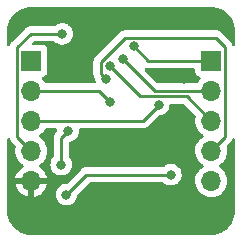
<source format=gbr>
%TF.GenerationSoftware,KiCad,Pcbnew,(6.0.0-0)*%
%TF.CreationDate,2022-02-05T18:01:00-08:00*%
%TF.ProjectId,pca9633pw-breakout,70636139-3633-4337-9077-2d627265616b,v1*%
%TF.SameCoordinates,Original*%
%TF.FileFunction,Copper,L2,Bot*%
%TF.FilePolarity,Positive*%
%FSLAX46Y46*%
G04 Gerber Fmt 4.6, Leading zero omitted, Abs format (unit mm)*
G04 Created by KiCad (PCBNEW (6.0.0-0)) date 2022-02-05 18:01:00*
%MOMM*%
%LPD*%
G01*
G04 APERTURE LIST*
%TA.AperFunction,ComponentPad*%
%ADD10R,1.700000X1.700000*%
%TD*%
%TA.AperFunction,ComponentPad*%
%ADD11O,1.700000X1.700000*%
%TD*%
%TA.AperFunction,ViaPad*%
%ADD12C,0.800000*%
%TD*%
%TA.AperFunction,Conductor*%
%ADD13C,0.250000*%
%TD*%
G04 APERTURE END LIST*
D10*
%TO.P,J3,1,Pin_1*%
%TO.N,/LED0*%
X157480000Y-71125000D03*
D11*
%TO.P,J3,2,Pin_2*%
%TO.N,/LED1*%
X157480000Y-73665000D03*
%TO.P,J3,3,Pin_3*%
%TO.N,/LED2*%
X157480000Y-76205000D03*
%TO.P,J3,4,Pin_4*%
%TO.N,/LED3*%
X157480000Y-78745000D03*
%TO.P,J3,5,Pin_5*%
%TO.N,unconnected-(J3-Pad5)*%
X157480000Y-81285000D03*
%TD*%
D10*
%TO.P,J1,1,Pin_1*%
%TO.N,/SDA*%
X142240000Y-71125000D03*
D11*
%TO.P,J1,2,Pin_2*%
%TO.N,/SCL*%
X142240000Y-73665000D03*
%TO.P,J1,3,Pin_3*%
%TO.N,/~{OE}*%
X142240000Y-76205000D03*
%TO.P,J1,4,Pin_4*%
%TO.N,+5V*%
X142240000Y-78745000D03*
%TO.P,J1,5,Pin_5*%
%TO.N,GND*%
X142240000Y-81285000D03*
%TD*%
D12*
%TO.N,GND*%
X148980000Y-68960000D03*
X155170000Y-72650000D03*
X142690000Y-67690000D03*
X145500000Y-70410000D03*
X148890000Y-67390000D03*
%TO.N,/SCL*%
X154060000Y-80770000D03*
%TO.N,/SDA*%
X145360000Y-77070000D03*
X144770000Y-79910000D03*
%TO.N,/SCL*%
X145220000Y-82460000D03*
%TO.N,+5V*%
X144860000Y-68840000D03*
%TO.N,/LED3*%
X148570000Y-72660000D03*
%TO.N,/LED2*%
X148880000Y-71530000D03*
%TO.N,/LED1*%
X150030000Y-71010000D03*
%TO.N,/LED0*%
X150920000Y-69900000D03*
%TO.N,/~{OE}*%
X153030000Y-74840000D03*
%TO.N,/SCL*%
X148920000Y-74630000D03*
%TD*%
D13*
%TO.N,/SCL*%
X146910000Y-80770000D02*
X154060000Y-80770000D01*
X145220000Y-82460000D02*
X146910000Y-80770000D01*
%TO.N,/SDA*%
X144770000Y-79910000D02*
X144770000Y-77660000D01*
X144770000Y-77660000D02*
X145360000Y-77070000D01*
%TO.N,+5V*%
X142240000Y-78745000D02*
X141065489Y-77570489D01*
X141065489Y-77570489D02*
X141065489Y-69950489D01*
X141065489Y-69950489D02*
X142175978Y-68840000D01*
X142175978Y-68840000D02*
X144860000Y-68840000D01*
%TO.N,/LED3*%
X148570000Y-72660000D02*
X148580000Y-72670000D01*
X148140000Y-72230000D02*
X148570000Y-72660000D01*
X148140000Y-71245386D02*
X148140000Y-72170000D01*
X150209897Y-69175489D02*
X148140000Y-71245386D01*
X148140000Y-72170000D02*
X148140000Y-72230000D01*
X158654511Y-77570489D02*
X158654511Y-69950489D01*
X158654511Y-69950489D02*
X157879511Y-69175489D01*
X157879511Y-69175489D02*
X150209897Y-69175489D01*
X157480000Y-78745000D02*
X158654511Y-77570489D01*
%TO.N,/LED2*%
X155390489Y-74115489D02*
X151465489Y-74115489D01*
X157480000Y-76205000D02*
X155390489Y-74115489D01*
X151465489Y-74115489D02*
X148880000Y-71530000D01*
%TO.N,/LED1*%
X157480000Y-73665000D02*
X152685000Y-73665000D01*
X152685000Y-73665000D02*
X150030000Y-71010000D01*
%TO.N,/LED0*%
X157480000Y-71125000D02*
X152145000Y-71125000D01*
X152145000Y-71125000D02*
X150920000Y-69900000D01*
%TO.N,/~{OE}*%
X151665000Y-76205000D02*
X153030000Y-74840000D01*
X142240000Y-76205000D02*
X151665000Y-76205000D01*
%TO.N,/SCL*%
X147955000Y-73665000D02*
X148920000Y-74630000D01*
X142240000Y-73665000D02*
X147955000Y-73665000D01*
%TD*%
%TA.AperFunction,Conductor*%
%TO.N,GND*%
G36*
X155144016Y-74768991D02*
G01*
X155164986Y-74785890D01*
X156129779Y-75750684D01*
X156163803Y-75812994D01*
X156162100Y-75873446D01*
X156140989Y-75949570D01*
X156117251Y-76171695D01*
X156130110Y-76394715D01*
X156131247Y-76399761D01*
X156131248Y-76399767D01*
X156155304Y-76506508D01*
X156179222Y-76612639D01*
X156239014Y-76759890D01*
X156256662Y-76803351D01*
X156263266Y-76819616D01*
X156379987Y-77010088D01*
X156526250Y-77178938D01*
X156698126Y-77321632D01*
X156710220Y-77328699D01*
X156771445Y-77364476D01*
X156820169Y-77416114D01*
X156833240Y-77485897D01*
X156806509Y-77551669D01*
X156766055Y-77585027D01*
X156753607Y-77591507D01*
X156749474Y-77594610D01*
X156749471Y-77594612D01*
X156581061Y-77721058D01*
X156574965Y-77725635D01*
X156526527Y-77776322D01*
X156447255Y-77859276D01*
X156420629Y-77887138D01*
X156417715Y-77891410D01*
X156417714Y-77891411D01*
X156352460Y-77987070D01*
X156294743Y-78071680D01*
X156200688Y-78274305D01*
X156140989Y-78489570D01*
X156117251Y-78711695D01*
X156117548Y-78716848D01*
X156117548Y-78716851D01*
X156123011Y-78811590D01*
X156130110Y-78934715D01*
X156131247Y-78939761D01*
X156131248Y-78939767D01*
X156151119Y-79027939D01*
X156179222Y-79152639D01*
X156263266Y-79359616D01*
X156271502Y-79373056D01*
X156372852Y-79538444D01*
X156379987Y-79550088D01*
X156526250Y-79718938D01*
X156698126Y-79861632D01*
X156763501Y-79899834D01*
X156771445Y-79904476D01*
X156820169Y-79956114D01*
X156833240Y-80025897D01*
X156806509Y-80091669D01*
X156766055Y-80125027D01*
X156753607Y-80131507D01*
X156749474Y-80134610D01*
X156749471Y-80134612D01*
X156579100Y-80262530D01*
X156574965Y-80265635D01*
X156553544Y-80288051D01*
X156442044Y-80404729D01*
X156420629Y-80427138D01*
X156417715Y-80431410D01*
X156417714Y-80431411D01*
X156411019Y-80441226D01*
X156294743Y-80611680D01*
X156279003Y-80645590D01*
X156216535Y-80780166D01*
X156200688Y-80814305D01*
X156140989Y-81029570D01*
X156117251Y-81251695D01*
X156117548Y-81256848D01*
X156117548Y-81256851D01*
X156123011Y-81351590D01*
X156130110Y-81474715D01*
X156131247Y-81479761D01*
X156131248Y-81479767D01*
X156147414Y-81551500D01*
X156179222Y-81692639D01*
X156263266Y-81899616D01*
X156277630Y-81923056D01*
X156375473Y-82082721D01*
X156379987Y-82090088D01*
X156526250Y-82258938D01*
X156698126Y-82401632D01*
X156891000Y-82514338D01*
X157099692Y-82594030D01*
X157104760Y-82595061D01*
X157104763Y-82595062D01*
X157199862Y-82614410D01*
X157318597Y-82638567D01*
X157323772Y-82638757D01*
X157323774Y-82638757D01*
X157536673Y-82646564D01*
X157536677Y-82646564D01*
X157541837Y-82646753D01*
X157546957Y-82646097D01*
X157546959Y-82646097D01*
X157758288Y-82619025D01*
X157758289Y-82619025D01*
X157763416Y-82618368D01*
X157768366Y-82616883D01*
X157972429Y-82555661D01*
X157972434Y-82555659D01*
X157977384Y-82554174D01*
X158177994Y-82455896D01*
X158359860Y-82326173D01*
X158409572Y-82276635D01*
X158514435Y-82172137D01*
X158518096Y-82168489D01*
X158577594Y-82085689D01*
X158645435Y-81991277D01*
X158648453Y-81987077D01*
X158747430Y-81786811D01*
X158806860Y-81591206D01*
X158810865Y-81578023D01*
X158810865Y-81578021D01*
X158812370Y-81573069D01*
X158841529Y-81351590D01*
X158843156Y-81285000D01*
X158824852Y-81062361D01*
X158770431Y-80845702D01*
X158681354Y-80640840D01*
X158560014Y-80453277D01*
X158409670Y-80288051D01*
X158405619Y-80284852D01*
X158405615Y-80284848D01*
X158238414Y-80152800D01*
X158238410Y-80152798D01*
X158234359Y-80149598D01*
X158193053Y-80126796D01*
X158143084Y-80076364D01*
X158128312Y-80006921D01*
X158153428Y-79940516D01*
X158180780Y-79913909D01*
X158224603Y-79882650D01*
X158359860Y-79786173D01*
X158518096Y-79628489D01*
X158577594Y-79545689D01*
X158645435Y-79451277D01*
X158648453Y-79447077D01*
X158687460Y-79368153D01*
X158745136Y-79251453D01*
X158745137Y-79251451D01*
X158747430Y-79246811D01*
X158812370Y-79033069D01*
X158841529Y-78811590D01*
X158843156Y-78745000D01*
X158824852Y-78522361D01*
X158796821Y-78410765D01*
X158799625Y-78339823D01*
X158829930Y-78290974D01*
X159046758Y-78074146D01*
X159055048Y-78066602D01*
X159061529Y-78062489D01*
X159108170Y-78012821D01*
X159110924Y-78009980D01*
X159130645Y-77990259D01*
X159133123Y-77987064D01*
X159140829Y-77978042D01*
X159165669Y-77951590D01*
X159171097Y-77945810D01*
X159180857Y-77928057D01*
X159191710Y-77911534D01*
X159199264Y-77901795D01*
X159204124Y-77895530D01*
X159221687Y-77854946D01*
X159226894Y-77844316D01*
X159248206Y-77805549D01*
X159250177Y-77797872D01*
X159250179Y-77797867D01*
X159253243Y-77785931D01*
X159259649Y-77767219D01*
X159264545Y-77755905D01*
X159267692Y-77748634D01*
X159267693Y-77748632D01*
X159268436Y-77748954D01*
X159303215Y-77694494D01*
X159367711Y-77664816D01*
X159438014Y-77674719D01*
X159491802Y-77721058D01*
X159512000Y-77789482D01*
X159512000Y-83770672D01*
X159510500Y-83790056D01*
X159506814Y-83813730D01*
X159508941Y-83829999D01*
X159509734Y-83854567D01*
X159495156Y-84076985D01*
X159493005Y-84093326D01*
X159444371Y-84337824D01*
X159440105Y-84353743D01*
X159359978Y-84589790D01*
X159353671Y-84605017D01*
X159243416Y-84828592D01*
X159235175Y-84842865D01*
X159096684Y-85050133D01*
X159086651Y-85063210D01*
X158922286Y-85250632D01*
X158910632Y-85262286D01*
X158723210Y-85426651D01*
X158710133Y-85436684D01*
X158502865Y-85575175D01*
X158488592Y-85583416D01*
X158265017Y-85693671D01*
X158249790Y-85699978D01*
X158013743Y-85780105D01*
X157997824Y-85784371D01*
X157753327Y-85833005D01*
X157736986Y-85835156D01*
X157521732Y-85849264D01*
X157498696Y-85848239D01*
X157495146Y-85848196D01*
X157486270Y-85846814D01*
X157457762Y-85850542D01*
X157454749Y-85850936D01*
X157438411Y-85852000D01*
X142289328Y-85852000D01*
X142269943Y-85850500D01*
X142255142Y-85848195D01*
X142255139Y-85848195D01*
X142246270Y-85846814D01*
X142230001Y-85848941D01*
X142205433Y-85849734D01*
X141983015Y-85835156D01*
X141966674Y-85833005D01*
X141722176Y-85784371D01*
X141706257Y-85780105D01*
X141470210Y-85699978D01*
X141454983Y-85693671D01*
X141231408Y-85583416D01*
X141217135Y-85575175D01*
X141009867Y-85436684D01*
X140996790Y-85426651D01*
X140809368Y-85262286D01*
X140797714Y-85250632D01*
X140633349Y-85063210D01*
X140623316Y-85050133D01*
X140484825Y-84842865D01*
X140476584Y-84828592D01*
X140366329Y-84605017D01*
X140360022Y-84589790D01*
X140279895Y-84353743D01*
X140275629Y-84337824D01*
X140226995Y-84093327D01*
X140224844Y-84076986D01*
X140210736Y-83861732D01*
X140211761Y-83838696D01*
X140211804Y-83835146D01*
X140213186Y-83826270D01*
X140209064Y-83794748D01*
X140208000Y-83778411D01*
X140208000Y-81552966D01*
X140908257Y-81552966D01*
X140938565Y-81687446D01*
X140941645Y-81697275D01*
X141021770Y-81894603D01*
X141026413Y-81903794D01*
X141137694Y-82085388D01*
X141143777Y-82093699D01*
X141283213Y-82254667D01*
X141290580Y-82261883D01*
X141454434Y-82397916D01*
X141462881Y-82403831D01*
X141646756Y-82511279D01*
X141656042Y-82515729D01*
X141855001Y-82591703D01*
X141864899Y-82594579D01*
X141968250Y-82615606D01*
X141982299Y-82614410D01*
X141986000Y-82604065D01*
X141986000Y-82603517D01*
X142494000Y-82603517D01*
X142498064Y-82617359D01*
X142511478Y-82619393D01*
X142518184Y-82618534D01*
X142528262Y-82616392D01*
X142732255Y-82555191D01*
X142741842Y-82551433D01*
X142928480Y-82460000D01*
X144306496Y-82460000D01*
X144307186Y-82466565D01*
X144323249Y-82619393D01*
X144326458Y-82649928D01*
X144385473Y-82831556D01*
X144480960Y-82996944D01*
X144608747Y-83138866D01*
X144763248Y-83251118D01*
X144769276Y-83253802D01*
X144769278Y-83253803D01*
X144931681Y-83326109D01*
X144937712Y-83328794D01*
X145031113Y-83348647D01*
X145118056Y-83367128D01*
X145118061Y-83367128D01*
X145124513Y-83368500D01*
X145315487Y-83368500D01*
X145321939Y-83367128D01*
X145321944Y-83367128D01*
X145408887Y-83348647D01*
X145502288Y-83328794D01*
X145508319Y-83326109D01*
X145670722Y-83253803D01*
X145670724Y-83253802D01*
X145676752Y-83251118D01*
X145831253Y-83138866D01*
X145959040Y-82996944D01*
X146054527Y-82831556D01*
X146113542Y-82649928D01*
X146130907Y-82484706D01*
X146157920Y-82419050D01*
X146167113Y-82408791D01*
X147135502Y-81440403D01*
X147197812Y-81406379D01*
X147224595Y-81403500D01*
X153351800Y-81403500D01*
X153419921Y-81423502D01*
X153439147Y-81439843D01*
X153439420Y-81439540D01*
X153444332Y-81443963D01*
X153448747Y-81448866D01*
X153470329Y-81464546D01*
X153597528Y-81556962D01*
X153603248Y-81561118D01*
X153609276Y-81563802D01*
X153609278Y-81563803D01*
X153771681Y-81636109D01*
X153777712Y-81638794D01*
X153871113Y-81658647D01*
X153958056Y-81677128D01*
X153958061Y-81677128D01*
X153964513Y-81678500D01*
X154155487Y-81678500D01*
X154161939Y-81677128D01*
X154161944Y-81677128D01*
X154248887Y-81658647D01*
X154342288Y-81638794D01*
X154348319Y-81636109D01*
X154510722Y-81563803D01*
X154510724Y-81563802D01*
X154516752Y-81561118D01*
X154522473Y-81556962D01*
X154580785Y-81514595D01*
X154671253Y-81448866D01*
X154694091Y-81423502D01*
X154794621Y-81311852D01*
X154794622Y-81311851D01*
X154799040Y-81306944D01*
X154894527Y-81141556D01*
X154953542Y-80959928D01*
X154965548Y-80845702D01*
X154972814Y-80776565D01*
X154973504Y-80770000D01*
X154972814Y-80763435D01*
X154954232Y-80586635D01*
X154954232Y-80586633D01*
X154953542Y-80580072D01*
X154894527Y-80398444D01*
X154799040Y-80233056D01*
X154782882Y-80215110D01*
X154675675Y-80096045D01*
X154675674Y-80096044D01*
X154671253Y-80091134D01*
X154516752Y-79978882D01*
X154510724Y-79976198D01*
X154510722Y-79976197D01*
X154348319Y-79903891D01*
X154348318Y-79903891D01*
X154342288Y-79901206D01*
X154248888Y-79881353D01*
X154161944Y-79862872D01*
X154161939Y-79862872D01*
X154155487Y-79861500D01*
X153964513Y-79861500D01*
X153958061Y-79862872D01*
X153958056Y-79862872D01*
X153871112Y-79881353D01*
X153777712Y-79901206D01*
X153771682Y-79903891D01*
X153771681Y-79903891D01*
X153609278Y-79976197D01*
X153609276Y-79976198D01*
X153603248Y-79978882D01*
X153597907Y-79982762D01*
X153597906Y-79982763D01*
X153535152Y-80028357D01*
X153448747Y-80091134D01*
X153444332Y-80096037D01*
X153439420Y-80100460D01*
X153438295Y-80099211D01*
X153384986Y-80132051D01*
X153351800Y-80136500D01*
X146988767Y-80136500D01*
X146977584Y-80135973D01*
X146970091Y-80134298D01*
X146962165Y-80134547D01*
X146962164Y-80134547D01*
X146902001Y-80136438D01*
X146898043Y-80136500D01*
X146870144Y-80136500D01*
X146866154Y-80137004D01*
X146854320Y-80137936D01*
X146810111Y-80139326D01*
X146802497Y-80141538D01*
X146802492Y-80141539D01*
X146790659Y-80144977D01*
X146771296Y-80148988D01*
X146751203Y-80151526D01*
X146743836Y-80154443D01*
X146743831Y-80154444D01*
X146710092Y-80167802D01*
X146698865Y-80171646D01*
X146656407Y-80183982D01*
X146649581Y-80188019D01*
X146638972Y-80194293D01*
X146621224Y-80202988D01*
X146602383Y-80210448D01*
X146595967Y-80215110D01*
X146595966Y-80215110D01*
X146566613Y-80236436D01*
X146556693Y-80242952D01*
X146525465Y-80261420D01*
X146525462Y-80261422D01*
X146518638Y-80265458D01*
X146504317Y-80279779D01*
X146489284Y-80292619D01*
X146472893Y-80304528D01*
X146467842Y-80310634D01*
X146444702Y-80338605D01*
X146436712Y-80347384D01*
X145269500Y-81514595D01*
X145207188Y-81548621D01*
X145180405Y-81551500D01*
X145124513Y-81551500D01*
X145118061Y-81552872D01*
X145118056Y-81552872D01*
X145047174Y-81567939D01*
X144937712Y-81591206D01*
X144931682Y-81593891D01*
X144931681Y-81593891D01*
X144769278Y-81666197D01*
X144769276Y-81666198D01*
X144763248Y-81668882D01*
X144757907Y-81672762D01*
X144757906Y-81672763D01*
X144723962Y-81697425D01*
X144608747Y-81781134D01*
X144604326Y-81786044D01*
X144604325Y-81786045D01*
X144498304Y-81903794D01*
X144480960Y-81923056D01*
X144385473Y-82088444D01*
X144326458Y-82270072D01*
X144325768Y-82276633D01*
X144325768Y-82276635D01*
X144312356Y-82404242D01*
X144306496Y-82460000D01*
X142928480Y-82460000D01*
X142933095Y-82457739D01*
X142941945Y-82452464D01*
X143115328Y-82328792D01*
X143123200Y-82322139D01*
X143274052Y-82171812D01*
X143280730Y-82163965D01*
X143405003Y-81991020D01*
X143410313Y-81982183D01*
X143504670Y-81791267D01*
X143508469Y-81781672D01*
X143570377Y-81577910D01*
X143572555Y-81567837D01*
X143573986Y-81556962D01*
X143571775Y-81542778D01*
X143558617Y-81539000D01*
X142512115Y-81539000D01*
X142496876Y-81543475D01*
X142495671Y-81544865D01*
X142494000Y-81552548D01*
X142494000Y-82603517D01*
X141986000Y-82603517D01*
X141986000Y-81557115D01*
X141981525Y-81541876D01*
X141980135Y-81540671D01*
X141972452Y-81539000D01*
X140923225Y-81539000D01*
X140909694Y-81542973D01*
X140908257Y-81552966D01*
X140208000Y-81552966D01*
X140208000Y-77786119D01*
X140228002Y-77717998D01*
X140281658Y-77671505D01*
X140351932Y-77661401D01*
X140416512Y-77690895D01*
X140451152Y-77739736D01*
X140463293Y-77770401D01*
X140467138Y-77781631D01*
X140479471Y-77824082D01*
X140483504Y-77830901D01*
X140483506Y-77830906D01*
X140489782Y-77841517D01*
X140498477Y-77859265D01*
X140505937Y-77878106D01*
X140510599Y-77884522D01*
X140510599Y-77884523D01*
X140531925Y-77913876D01*
X140538441Y-77923796D01*
X140554879Y-77951590D01*
X140560947Y-77961851D01*
X140575268Y-77976172D01*
X140588108Y-77991205D01*
X140600017Y-78007596D01*
X140619196Y-78023462D01*
X140634094Y-78035787D01*
X140642873Y-78043777D01*
X140889778Y-78290682D01*
X140923804Y-78352994D01*
X140922100Y-78413448D01*
X140900989Y-78489570D01*
X140900441Y-78494700D01*
X140900440Y-78494704D01*
X140896933Y-78527522D01*
X140877251Y-78711695D01*
X140877548Y-78716848D01*
X140877548Y-78716851D01*
X140883011Y-78811590D01*
X140890110Y-78934715D01*
X140891247Y-78939761D01*
X140891248Y-78939767D01*
X140911119Y-79027939D01*
X140939222Y-79152639D01*
X141023266Y-79359616D01*
X141031502Y-79373056D01*
X141132852Y-79538444D01*
X141139987Y-79550088D01*
X141286250Y-79718938D01*
X141458126Y-79861632D01*
X141523501Y-79899834D01*
X141531955Y-79904774D01*
X141580679Y-79956412D01*
X141593750Y-80026195D01*
X141567019Y-80091967D01*
X141526562Y-80125327D01*
X141518457Y-80129546D01*
X141509738Y-80135036D01*
X141339433Y-80262905D01*
X141331726Y-80269748D01*
X141184590Y-80423717D01*
X141178104Y-80431727D01*
X141058098Y-80607649D01*
X141053000Y-80616623D01*
X140963338Y-80809783D01*
X140959775Y-80819470D01*
X140904389Y-81019183D01*
X140905912Y-81027607D01*
X140918292Y-81031000D01*
X143558344Y-81031000D01*
X143571875Y-81027027D01*
X143573180Y-81017947D01*
X143531214Y-80850875D01*
X143527894Y-80841124D01*
X143442972Y-80645814D01*
X143438105Y-80636739D01*
X143322426Y-80457926D01*
X143316136Y-80449757D01*
X143172806Y-80292240D01*
X143165273Y-80285215D01*
X142998139Y-80153222D01*
X142989556Y-80147520D01*
X142952602Y-80127120D01*
X142902631Y-80076687D01*
X142887859Y-80007245D01*
X142912975Y-79940839D01*
X142940327Y-79914232D01*
X142963797Y-79897491D01*
X143119860Y-79786173D01*
X143278096Y-79628489D01*
X143337594Y-79545689D01*
X143405435Y-79451277D01*
X143408453Y-79447077D01*
X143447460Y-79368153D01*
X143505136Y-79251453D01*
X143505137Y-79251451D01*
X143507430Y-79246811D01*
X143572370Y-79033069D01*
X143601529Y-78811590D01*
X143603156Y-78745000D01*
X143584852Y-78522361D01*
X143530431Y-78305702D01*
X143441354Y-78100840D01*
X143362209Y-77978500D01*
X143322822Y-77917617D01*
X143322820Y-77917614D01*
X143320014Y-77913277D01*
X143169670Y-77748051D01*
X143165619Y-77744852D01*
X143165615Y-77744848D01*
X142998414Y-77612800D01*
X142998410Y-77612798D01*
X142994359Y-77609598D01*
X142953053Y-77586796D01*
X142903084Y-77536364D01*
X142888312Y-77466921D01*
X142913428Y-77400516D01*
X142940780Y-77373909D01*
X143004162Y-77328699D01*
X143119860Y-77246173D01*
X143278096Y-77088489D01*
X143337594Y-77005689D01*
X143405435Y-76911277D01*
X143408453Y-76907077D01*
X143410746Y-76902437D01*
X143412446Y-76899608D01*
X143464674Y-76851518D01*
X143520451Y-76838500D01*
X144330890Y-76838500D01*
X144399011Y-76858502D01*
X144445504Y-76912158D01*
X144456200Y-76977670D01*
X144449093Y-77045292D01*
X144422080Y-77110949D01*
X144412878Y-77121217D01*
X144377747Y-77156348D01*
X144369461Y-77163888D01*
X144362982Y-77168000D01*
X144357557Y-77173777D01*
X144316357Y-77217651D01*
X144313602Y-77220493D01*
X144293865Y-77240230D01*
X144291385Y-77243427D01*
X144283682Y-77252447D01*
X144253414Y-77284679D01*
X144249595Y-77291625D01*
X144249593Y-77291628D01*
X144243652Y-77302434D01*
X144232801Y-77318953D01*
X144220386Y-77334959D01*
X144217241Y-77342228D01*
X144217238Y-77342232D01*
X144202826Y-77375537D01*
X144197609Y-77386187D01*
X144176305Y-77424940D01*
X144174334Y-77432615D01*
X144174334Y-77432616D01*
X144171267Y-77444562D01*
X144164863Y-77463266D01*
X144156819Y-77481855D01*
X144155580Y-77489678D01*
X144155577Y-77489688D01*
X144149901Y-77525524D01*
X144147495Y-77537144D01*
X144143766Y-77551669D01*
X144136500Y-77579970D01*
X144136500Y-77600224D01*
X144134949Y-77619934D01*
X144131780Y-77639943D01*
X144132526Y-77647835D01*
X144135941Y-77683961D01*
X144136500Y-77695819D01*
X144136500Y-79207476D01*
X144116498Y-79275597D01*
X144104142Y-79291779D01*
X144030960Y-79373056D01*
X143935473Y-79538444D01*
X143876458Y-79720072D01*
X143875768Y-79726633D01*
X143875768Y-79726635D01*
X143869195Y-79789171D01*
X143856496Y-79910000D01*
X143857186Y-79916565D01*
X143875126Y-80087251D01*
X143876458Y-80099928D01*
X143935473Y-80281556D01*
X144030960Y-80446944D01*
X144158747Y-80588866D01*
X144313248Y-80701118D01*
X144319276Y-80703802D01*
X144319278Y-80703803D01*
X144453215Y-80763435D01*
X144487712Y-80778794D01*
X144581113Y-80798647D01*
X144668056Y-80817128D01*
X144668061Y-80817128D01*
X144674513Y-80818500D01*
X144865487Y-80818500D01*
X144871939Y-80817128D01*
X144871944Y-80817128D01*
X144958887Y-80798647D01*
X145052288Y-80778794D01*
X145086785Y-80763435D01*
X145220722Y-80703803D01*
X145220724Y-80703802D01*
X145226752Y-80701118D01*
X145381253Y-80588866D01*
X145509040Y-80446944D01*
X145604527Y-80281556D01*
X145663542Y-80099928D01*
X145664875Y-80087251D01*
X145682814Y-79916565D01*
X145683504Y-79910000D01*
X145670805Y-79789171D01*
X145664232Y-79726635D01*
X145664232Y-79726633D01*
X145663542Y-79720072D01*
X145604527Y-79538444D01*
X145509040Y-79373056D01*
X145435863Y-79291785D01*
X145405147Y-79227779D01*
X145403500Y-79207476D01*
X145403500Y-78091583D01*
X145423502Y-78023462D01*
X145477158Y-77976969D01*
X145503300Y-77968337D01*
X145642288Y-77938794D01*
X145666404Y-77928057D01*
X145810722Y-77863803D01*
X145810724Y-77863802D01*
X145816752Y-77861118D01*
X145832735Y-77849506D01*
X145919979Y-77786119D01*
X145971253Y-77748866D01*
X145994966Y-77722530D01*
X146094621Y-77611852D01*
X146094622Y-77611851D01*
X146099040Y-77606944D01*
X146175712Y-77474144D01*
X146191223Y-77447279D01*
X146191224Y-77447278D01*
X146194527Y-77441556D01*
X146253542Y-77259928D01*
X146255613Y-77240230D01*
X146272814Y-77076565D01*
X146273504Y-77070000D01*
X146263800Y-76977670D01*
X146276572Y-76907832D01*
X146325074Y-76855985D01*
X146389110Y-76838500D01*
X151586233Y-76838500D01*
X151597416Y-76839027D01*
X151604909Y-76840702D01*
X151612835Y-76840453D01*
X151612836Y-76840453D01*
X151672986Y-76838562D01*
X151676945Y-76838500D01*
X151704856Y-76838500D01*
X151708791Y-76838003D01*
X151708856Y-76837995D01*
X151720693Y-76837062D01*
X151752951Y-76836048D01*
X151756970Y-76835922D01*
X151764889Y-76835673D01*
X151784343Y-76830021D01*
X151803700Y-76826013D01*
X151815930Y-76824468D01*
X151815931Y-76824468D01*
X151823797Y-76823474D01*
X151831168Y-76820555D01*
X151831170Y-76820555D01*
X151864912Y-76807196D01*
X151876142Y-76803351D01*
X151910983Y-76793229D01*
X151910984Y-76793229D01*
X151918593Y-76791018D01*
X151925412Y-76786985D01*
X151925417Y-76786983D01*
X151936028Y-76780707D01*
X151953776Y-76772012D01*
X151972617Y-76764552D01*
X152008387Y-76738564D01*
X152018307Y-76732048D01*
X152049535Y-76713580D01*
X152049538Y-76713578D01*
X152056362Y-76709542D01*
X152070683Y-76695221D01*
X152085717Y-76682380D01*
X152095694Y-76675131D01*
X152102107Y-76670472D01*
X152130298Y-76636395D01*
X152138288Y-76627616D01*
X152980499Y-75785405D01*
X153042811Y-75751379D01*
X153069594Y-75748500D01*
X153125487Y-75748500D01*
X153131939Y-75747128D01*
X153131944Y-75747128D01*
X153218888Y-75728647D01*
X153312288Y-75708794D01*
X153318319Y-75706109D01*
X153480722Y-75633803D01*
X153480724Y-75633802D01*
X153486752Y-75631118D01*
X153641253Y-75518866D01*
X153645675Y-75513955D01*
X153764621Y-75381852D01*
X153764622Y-75381851D01*
X153769040Y-75376944D01*
X153864527Y-75211556D01*
X153923542Y-75029928D01*
X153925923Y-75007279D01*
X153941211Y-74861818D01*
X153968224Y-74796162D01*
X154026446Y-74755532D01*
X154066521Y-74748989D01*
X155075895Y-74748989D01*
X155144016Y-74768991D01*
G37*
%TD.AperFunction*%
%TA.AperFunction,Conductor*%
G36*
X157450057Y-66549500D02*
G01*
X157464858Y-66551805D01*
X157464861Y-66551805D01*
X157473730Y-66553186D01*
X157489999Y-66551059D01*
X157514567Y-66550266D01*
X157736985Y-66564844D01*
X157753326Y-66566995D01*
X157997824Y-66615629D01*
X158013743Y-66619895D01*
X158249790Y-66700022D01*
X158265017Y-66706329D01*
X158488592Y-66816584D01*
X158502865Y-66824825D01*
X158710133Y-66963316D01*
X158723210Y-66973349D01*
X158910632Y-67137714D01*
X158922286Y-67149368D01*
X159086651Y-67336790D01*
X159096684Y-67349867D01*
X159235175Y-67557135D01*
X159243416Y-67571408D01*
X159353671Y-67794983D01*
X159359978Y-67810210D01*
X159440105Y-68046257D01*
X159444371Y-68062176D01*
X159493005Y-68306673D01*
X159495156Y-68323014D01*
X159509264Y-68538268D01*
X159508239Y-68561304D01*
X159508196Y-68564854D01*
X159506814Y-68573730D01*
X159509274Y-68592539D01*
X159510936Y-68605251D01*
X159512000Y-68621589D01*
X159512000Y-69734859D01*
X159491998Y-69802980D01*
X159438342Y-69849473D01*
X159368068Y-69859577D01*
X159303488Y-69830083D01*
X159268848Y-69781242D01*
X159256711Y-69750587D01*
X159252866Y-69739357D01*
X159242741Y-69704506D01*
X159242741Y-69704505D01*
X159240530Y-69696896D01*
X159230216Y-69679455D01*
X159221519Y-69661702D01*
X159216983Y-69650247D01*
X159214063Y-69642872D01*
X159188074Y-69607101D01*
X159181558Y-69597181D01*
X159172649Y-69582117D01*
X159159053Y-69559127D01*
X159144732Y-69544806D01*
X159131891Y-69529772D01*
X159130542Y-69527915D01*
X159119983Y-69513382D01*
X159113878Y-69508331D01*
X159113873Y-69508326D01*
X159085907Y-69485190D01*
X159077129Y-69477202D01*
X158383163Y-68783236D01*
X158375623Y-68774950D01*
X158371511Y-68768471D01*
X158321859Y-68721845D01*
X158319018Y-68719091D01*
X158299281Y-68699354D01*
X158296084Y-68696874D01*
X158287062Y-68689169D01*
X158273627Y-68676553D01*
X158254832Y-68658903D01*
X158247886Y-68655084D01*
X158247883Y-68655082D01*
X158237077Y-68649141D01*
X158220558Y-68638290D01*
X158220094Y-68637930D01*
X158204552Y-68625875D01*
X158197283Y-68622730D01*
X158197279Y-68622727D01*
X158163974Y-68608315D01*
X158153324Y-68603098D01*
X158114571Y-68581794D01*
X158094948Y-68576756D01*
X158076245Y-68570352D01*
X158064931Y-68565456D01*
X158064930Y-68565456D01*
X158057656Y-68562308D01*
X158049833Y-68561069D01*
X158049823Y-68561066D01*
X158013987Y-68555390D01*
X158002367Y-68552984D01*
X157967222Y-68543961D01*
X157967221Y-68543961D01*
X157959541Y-68541989D01*
X157939287Y-68541989D01*
X157919576Y-68540438D01*
X157917045Y-68540037D01*
X157899568Y-68537269D01*
X157891676Y-68538015D01*
X157855550Y-68541430D01*
X157843692Y-68541989D01*
X150288660Y-68541989D01*
X150277476Y-68541462D01*
X150269988Y-68539788D01*
X150262065Y-68540037D01*
X150201930Y-68541927D01*
X150197972Y-68541989D01*
X150170041Y-68541989D01*
X150166126Y-68542484D01*
X150166122Y-68542484D01*
X150166064Y-68542492D01*
X150166035Y-68542495D01*
X150154193Y-68543428D01*
X150110007Y-68544816D01*
X150092641Y-68549861D01*
X150090555Y-68550467D01*
X150071203Y-68554475D01*
X150058965Y-68556021D01*
X150058963Y-68556022D01*
X150051100Y-68557015D01*
X150009983Y-68573295D01*
X149998782Y-68577130D01*
X149956303Y-68589471D01*
X149949484Y-68593504D01*
X149949479Y-68593506D01*
X149938868Y-68599782D01*
X149921118Y-68608479D01*
X149902280Y-68615937D01*
X149895864Y-68620598D01*
X149895863Y-68620599D01*
X149866522Y-68641917D01*
X149856598Y-68648436D01*
X149825357Y-68666911D01*
X149825352Y-68666915D01*
X149818534Y-68670947D01*
X149804210Y-68685271D01*
X149789178Y-68698110D01*
X149772790Y-68710017D01*
X149744609Y-68744082D01*
X149736619Y-68752862D01*
X147747747Y-70741734D01*
X147739461Y-70749274D01*
X147732982Y-70753386D01*
X147727557Y-70759163D01*
X147686357Y-70803037D01*
X147683602Y-70805879D01*
X147663865Y-70825616D01*
X147661385Y-70828813D01*
X147653682Y-70837833D01*
X147623414Y-70870065D01*
X147619595Y-70877011D01*
X147619593Y-70877014D01*
X147613652Y-70887820D01*
X147602801Y-70904339D01*
X147590386Y-70920345D01*
X147587241Y-70927614D01*
X147587238Y-70927618D01*
X147572826Y-70960923D01*
X147567609Y-70971573D01*
X147546305Y-71010326D01*
X147544334Y-71018001D01*
X147544334Y-71018002D01*
X147541267Y-71029948D01*
X147534863Y-71048652D01*
X147526819Y-71067241D01*
X147525580Y-71075064D01*
X147525577Y-71075074D01*
X147519901Y-71110910D01*
X147517495Y-71122530D01*
X147506500Y-71165356D01*
X147506500Y-71185610D01*
X147504949Y-71205320D01*
X147501780Y-71225329D01*
X147502526Y-71233221D01*
X147505941Y-71269347D01*
X147506500Y-71281205D01*
X147506500Y-72151233D01*
X147505973Y-72162416D01*
X147504298Y-72169909D01*
X147504547Y-72177835D01*
X147504547Y-72177836D01*
X147506438Y-72237986D01*
X147506500Y-72241945D01*
X147506500Y-72269856D01*
X147506997Y-72273790D01*
X147506997Y-72273791D01*
X147507005Y-72273856D01*
X147507938Y-72285693D01*
X147509327Y-72329889D01*
X147513323Y-72343642D01*
X147514978Y-72349339D01*
X147518987Y-72368700D01*
X147521526Y-72388797D01*
X147524445Y-72396168D01*
X147524445Y-72396170D01*
X147537804Y-72429912D01*
X147541649Y-72441142D01*
X147553982Y-72483593D01*
X147558015Y-72490412D01*
X147558017Y-72490417D01*
X147564293Y-72501028D01*
X147572988Y-72518776D01*
X147580448Y-72537617D01*
X147585110Y-72544033D01*
X147585110Y-72544034D01*
X147606436Y-72573387D01*
X147612952Y-72583307D01*
X147633642Y-72618291D01*
X147633643Y-72618294D01*
X147635458Y-72621362D01*
X147634989Y-72621640D01*
X147658651Y-72680500D01*
X147674306Y-72829450D01*
X147676458Y-72849928D01*
X147678499Y-72856210D01*
X147678500Y-72856214D01*
X147681863Y-72866564D01*
X147683890Y-72937532D01*
X147647228Y-72998330D01*
X147583516Y-73029655D01*
X147562030Y-73031500D01*
X143516805Y-73031500D01*
X143448684Y-73011498D01*
X143411013Y-72973940D01*
X143322822Y-72837617D01*
X143322820Y-72837614D01*
X143320014Y-72833277D01*
X143316532Y-72829450D01*
X143172798Y-72671488D01*
X143141746Y-72607642D01*
X143150141Y-72537143D01*
X143195317Y-72482375D01*
X143221761Y-72468706D01*
X143328297Y-72428767D01*
X143336705Y-72425615D01*
X143453261Y-72338261D01*
X143540615Y-72221705D01*
X143591745Y-72085316D01*
X143598500Y-72023134D01*
X143598500Y-70226866D01*
X143591745Y-70164684D01*
X143540615Y-70028295D01*
X143453261Y-69911739D01*
X143336705Y-69824385D01*
X143200316Y-69773255D01*
X143138134Y-69766500D01*
X142449572Y-69766500D01*
X142381451Y-69746498D01*
X142334958Y-69692842D01*
X142324854Y-69622568D01*
X142354348Y-69557988D01*
X142360477Y-69551405D01*
X142401477Y-69510405D01*
X142463789Y-69476379D01*
X142490572Y-69473500D01*
X144151800Y-69473500D01*
X144219921Y-69493502D01*
X144239147Y-69509843D01*
X144239420Y-69509540D01*
X144244332Y-69513963D01*
X144248747Y-69518866D01*
X144261202Y-69527915D01*
X144373414Y-69609442D01*
X144403248Y-69631118D01*
X144409276Y-69633802D01*
X144409278Y-69633803D01*
X144568081Y-69704506D01*
X144577712Y-69708794D01*
X144645040Y-69723105D01*
X144758056Y-69747128D01*
X144758061Y-69747128D01*
X144764513Y-69748500D01*
X144955487Y-69748500D01*
X144961939Y-69747128D01*
X144961944Y-69747128D01*
X145074960Y-69723105D01*
X145142288Y-69708794D01*
X145151919Y-69704506D01*
X145310722Y-69633803D01*
X145310724Y-69633802D01*
X145316752Y-69631118D01*
X145349809Y-69607101D01*
X145406445Y-69565952D01*
X145471253Y-69518866D01*
X145504977Y-69481412D01*
X145594621Y-69381852D01*
X145594622Y-69381851D01*
X145599040Y-69376944D01*
X145694527Y-69211556D01*
X145753542Y-69029928D01*
X145773504Y-68840000D01*
X145764346Y-68752862D01*
X145754232Y-68656635D01*
X145754232Y-68656633D01*
X145753542Y-68650072D01*
X145694527Y-68468444D01*
X145599040Y-68303056D01*
X145582881Y-68285109D01*
X145475675Y-68166045D01*
X145475674Y-68166044D01*
X145471253Y-68161134D01*
X145335050Y-68062176D01*
X145322094Y-68052763D01*
X145322093Y-68052762D01*
X145316752Y-68048882D01*
X145310724Y-68046198D01*
X145310722Y-68046197D01*
X145148319Y-67973891D01*
X145148318Y-67973891D01*
X145142288Y-67971206D01*
X145020952Y-67945415D01*
X144961944Y-67932872D01*
X144961939Y-67932872D01*
X144955487Y-67931500D01*
X144764513Y-67931500D01*
X144758061Y-67932872D01*
X144758056Y-67932872D01*
X144699048Y-67945415D01*
X144577712Y-67971206D01*
X144571682Y-67973891D01*
X144571681Y-67973891D01*
X144409278Y-68046197D01*
X144409276Y-68046198D01*
X144403248Y-68048882D01*
X144397907Y-68052762D01*
X144397906Y-68052763D01*
X144384950Y-68062176D01*
X144248747Y-68161134D01*
X144244332Y-68166037D01*
X144239420Y-68170460D01*
X144238295Y-68169211D01*
X144184986Y-68202051D01*
X144151800Y-68206500D01*
X142254746Y-68206500D01*
X142243563Y-68205973D01*
X142236070Y-68204298D01*
X142228144Y-68204547D01*
X142228143Y-68204547D01*
X142167980Y-68206438D01*
X142164022Y-68206500D01*
X142136122Y-68206500D01*
X142132132Y-68207004D01*
X142120298Y-68207936D01*
X142076089Y-68209326D01*
X142068473Y-68211539D01*
X142068471Y-68211539D01*
X142056630Y-68214979D01*
X142037271Y-68218988D01*
X142035961Y-68219154D01*
X142017181Y-68221526D01*
X142009815Y-68224442D01*
X142009809Y-68224444D01*
X141976076Y-68237800D01*
X141964846Y-68241645D01*
X141929995Y-68251770D01*
X141922385Y-68253981D01*
X141915562Y-68258016D01*
X141904944Y-68264295D01*
X141887191Y-68272992D01*
X141879546Y-68276019D01*
X141868361Y-68280448D01*
X141861946Y-68285109D01*
X141832590Y-68306437D01*
X141822673Y-68312951D01*
X141784616Y-68335458D01*
X141770295Y-68349779D01*
X141755262Y-68362619D01*
X141738871Y-68374528D01*
X141733820Y-68380634D01*
X141710680Y-68408605D01*
X141702690Y-68417384D01*
X140673236Y-69446837D01*
X140664950Y-69454377D01*
X140658471Y-69458489D01*
X140653046Y-69464266D01*
X140611846Y-69508140D01*
X140609091Y-69510982D01*
X140589354Y-69530719D01*
X140586874Y-69533916D01*
X140579171Y-69542936D01*
X140548903Y-69575168D01*
X140545084Y-69582114D01*
X140545082Y-69582117D01*
X140539141Y-69592923D01*
X140528290Y-69609442D01*
X140515875Y-69625448D01*
X140512730Y-69632717D01*
X140512727Y-69632721D01*
X140498315Y-69666026D01*
X140493098Y-69676676D01*
X140471794Y-69715429D01*
X140469823Y-69723104D01*
X140469823Y-69723105D01*
X140466756Y-69735051D01*
X140460352Y-69753755D01*
X140454300Y-69767741D01*
X140454298Y-69767744D01*
X140452308Y-69772344D01*
X140451566Y-69772023D01*
X140416782Y-69826487D01*
X140352285Y-69856163D01*
X140281983Y-69846259D01*
X140228196Y-69799918D01*
X140208000Y-69731497D01*
X140208000Y-68629328D01*
X140209500Y-68609943D01*
X140211805Y-68595142D01*
X140211805Y-68595139D01*
X140213186Y-68586270D01*
X140211059Y-68570001D01*
X140210266Y-68545433D01*
X140224844Y-68323015D01*
X140226995Y-68306674D01*
X140275629Y-68062176D01*
X140279895Y-68046257D01*
X140360022Y-67810210D01*
X140366329Y-67794983D01*
X140476584Y-67571408D01*
X140484825Y-67557135D01*
X140623316Y-67349867D01*
X140633349Y-67336790D01*
X140797714Y-67149368D01*
X140809368Y-67137714D01*
X140996790Y-66973349D01*
X141009867Y-66963316D01*
X141217135Y-66824825D01*
X141231408Y-66816584D01*
X141454983Y-66706329D01*
X141470210Y-66700022D01*
X141706257Y-66619895D01*
X141722176Y-66615629D01*
X141966673Y-66566995D01*
X141983014Y-66564844D01*
X142198268Y-66550736D01*
X142221304Y-66551761D01*
X142224854Y-66551804D01*
X142233730Y-66553186D01*
X142265252Y-66549064D01*
X142281589Y-66548000D01*
X157430672Y-66548000D01*
X157450057Y-66549500D01*
G37*
%TD.AperFunction*%
%TA.AperFunction,Conductor*%
G36*
X151978242Y-71739985D02*
G01*
X152010525Y-71745099D01*
X152022144Y-71747505D01*
X152057289Y-71756528D01*
X152064970Y-71758500D01*
X152085224Y-71758500D01*
X152104934Y-71760051D01*
X152124943Y-71763220D01*
X152132835Y-71762474D01*
X152168961Y-71759059D01*
X152180819Y-71758500D01*
X155995500Y-71758500D01*
X156063621Y-71778502D01*
X156110114Y-71832158D01*
X156121500Y-71884500D01*
X156121500Y-72023134D01*
X156128255Y-72085316D01*
X156179385Y-72221705D01*
X156266739Y-72338261D01*
X156383295Y-72425615D01*
X156391704Y-72428767D01*
X156391705Y-72428768D01*
X156500451Y-72469535D01*
X156557216Y-72512176D01*
X156581916Y-72578738D01*
X156566709Y-72648087D01*
X156547316Y-72674568D01*
X156420629Y-72807138D01*
X156417715Y-72811410D01*
X156417714Y-72811411D01*
X156305095Y-72976504D01*
X156250184Y-73021507D01*
X156201007Y-73031500D01*
X152999594Y-73031500D01*
X152931473Y-73011498D01*
X152910499Y-72994595D01*
X151869433Y-71953528D01*
X151835407Y-71891216D01*
X151840472Y-71820400D01*
X151883019Y-71763565D01*
X151949539Y-71738754D01*
X151978242Y-71739985D01*
G37*
%TD.AperFunction*%
%TD*%
M02*

</source>
